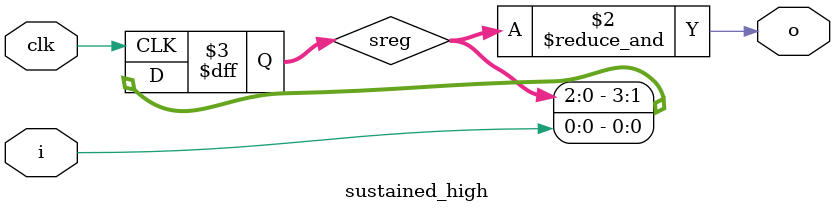
<source format=sv>
module sustained_high #(
    parameter int N = 4
) (
    input  logic clk,
    input  logic i,
    output logic o
);

    logic [N-1:0] sreg /* synthesis syn_keep=1 */;

    always_ff @(posedge clk) begin
        sreg <= {sreg[N-2:0], i};
    end

    assign o = &sreg;

endmodule
</source>
